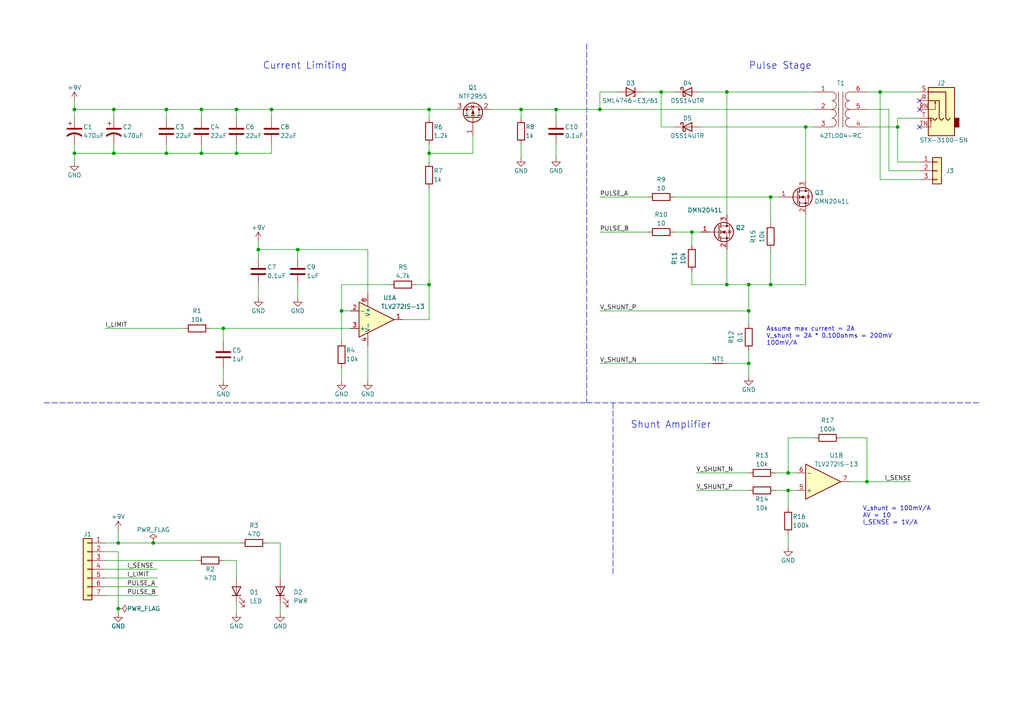
<source format=kicad_sch>
(kicad_sch (version 20211123) (generator eeschema)
  (paper "A4")
  (title_block (title "SW-3211M") (date "2022-01-14") (rev "1") (comment 1 "A single channel e-stim module driver board for the ESP32"))
  (lib_symbols
    (symbol "Amplifier_Operational:LMC6482" (pin_names (offset 0.127))
      (property "Reference" "U" (at 0 5.08 0))
      (property "Value" "LMC6482" (at 0 -5.08 0))
      (symbol "LMC6482_1_1"
        (polyline (pts (xy -5.08 5.08) (xy 5.08 0) (xy -5.08 -5.08) (xy -5.08 5.08)) (stroke (width 0.254)) (fill (type background)))
        (pin output line (at 7.62 0 180) (length 2.54) (name "~") (number "1"))
        (pin input line (at -7.62 -2.54 0) (length 2.54) (name "-") (number "2"))
        (pin input line (at -7.62 2.54 0) (length 2.54) (name "+") (number "3"))
      )
      (symbol "LMC6482_2_1"
        (polyline (pts (xy -5.08 5.08) (xy 5.08 0) (xy -5.08 -5.08) (xy -5.08 5.08)) (stroke (width 0.254)) (fill (type background)))
        (pin input line (at -7.62 2.54 0) (length 2.54) (name "+") (number "5"))
        (pin input line (at -7.62 -2.54 0) (length 2.54) (name "-") (number "6"))
        (pin output line (at 7.62 0 180) (length 2.54) (name "~") (number "7"))
      )
      (symbol "LMC6482_3_1"
        (pin power_in line (at -2.54 -7.62 90) (length 3.81) (name "V-") (number "4"))
        (pin power_in line (at -2.54 7.62 270) (length 3.81) (name "V+") (number "8"))
      )
    )
    (symbol "Connector:AudioJack3_SwitchTR"
      (property "Reference" "J" (at 0 8.89 0))
      (property "Value" "AudioJack3_SwitchTR" (at 0 6.35 0))
      (symbol "AudioJack3_SwitchTR_0_1"
        (rectangle (start -5.08 -5.08) (end -6.35 -7.62) (stroke (width 0.254)) (fill (type outline)))
        (polyline (pts (xy 0.508 -0.254) (xy 0.762 -0.762)))
        (polyline (pts (xy 1.778 -5.334) (xy 2.032 -5.842)))
        (polyline (pts (xy 0 -5.08) (xy 0.635 -5.715) (xy 1.27 -5.08) (xy 2.54 -5.08)) (stroke (width 0.254)))
        (polyline (pts (xy 2.54 -7.62) (xy 1.778 -7.62) (xy 1.778 -5.334) (xy 1.524 -5.842)))
        (polyline (pts (xy 2.54 -2.54) (xy 0.508 -2.54) (xy 0.508 -0.254) (xy 0.254 -0.762)))
        (polyline (pts (xy -1.905 -5.08) (xy -1.27 -5.715) (xy -0.635 -5.08) (xy -0.635 0) (xy 2.54 0)) (stroke (width 0.254)))
        (polyline (pts (xy 2.54 2.54) (xy -2.54 2.54) (xy -2.54 -5.08) (xy -3.175 -5.715) (xy -3.81 -5.08)) (stroke (width 0.254)))
        (rectangle (start 2.54 3.81) (end -5.08 -10.16) (stroke (width 0.254)) (fill (type background)))
      )
      (symbol "AudioJack3_SwitchTR_1_1"
        (pin passive line (at 5.08 0 180) (length 2.54) (name "~") (number "R"))
        (pin passive line (at 5.08 -2.54 180) (length 2.54) (name "~") (number "RN"))
        (pin passive line (at 5.08 2.54 180) (length 2.54) (name "~") (number "S"))
        (pin passive line (at 5.08 -5.08 180) (length 2.54) (name "~") (number "T"))
        (pin passive line (at 5.08 -7.62 180) (length 2.54) (name "~") (number "TN"))
      )
    )
    (symbol "Connector_Generic:Conn_01x03" (pin_names (offset 1.016) hide)
      (property "Reference" "J" (at 0 5.08 0))
      (property "Value" "Conn_01x03" (at 0 -5.08 0))
      (symbol "Conn_01x03_1_1"
        (rectangle (start -1.27 -2.413) (end 0 -2.667) (stroke (width 0.1524)))
        (rectangle (start -1.27 0.127) (end 0 -0.127) (stroke (width 0.1524)))
        (rectangle (start -1.27 2.667) (end 0 2.413) (stroke (width 0.1524)))
        (rectangle (start -1.27 3.81) (end 1.27 -3.81) (stroke (width 0.254)) (fill (type background)))
        (pin passive line (at -5.08 2.54 0) (length 3.81) (name "Pin_1") (number "1"))
        (pin passive line (at -5.08 0 0) (length 3.81) (name "Pin_2") (number "2"))
        (pin passive line (at -5.08 -2.54 0) (length 3.81) (name "Pin_3") (number "3"))
      )
    )
    (symbol "Connector_Generic:Conn_01x07" (pin_names (offset 1.016) hide)
      (property "Reference" "J" (at 0 10.16 0))
      (property "Value" "Conn_01x07" (at 0 -10.16 0))
      (symbol "Conn_01x07_1_1"
        (rectangle (start -1.27 -7.493) (end 0 -7.747) (stroke (width 0.1524)))
        (rectangle (start -1.27 -4.953) (end 0 -5.207) (stroke (width 0.1524)))
        (rectangle (start -1.27 -2.413) (end 0 -2.667) (stroke (width 0.1524)))
        (rectangle (start -1.27 0.127) (end 0 -0.127) (stroke (width 0.1524)))
        (rectangle (start -1.27 2.667) (end 0 2.413) (stroke (width 0.1524)))
        (rectangle (start -1.27 5.207) (end 0 4.953) (stroke (width 0.1524)))
        (rectangle (start -1.27 7.747) (end 0 7.493) (stroke (width 0.1524)))
        (rectangle (start -1.27 8.89) (end 1.27 -8.89) (stroke (width 0.254)) (fill (type background)))
        (pin passive line (at -5.08 7.62 0) (length 3.81) (name "Pin_1") (number "1"))
        (pin passive line (at -5.08 5.08 0) (length 3.81) (name "Pin_2") (number "2"))
        (pin passive line (at -5.08 2.54 0) (length 3.81) (name "Pin_3") (number "3"))
        (pin passive line (at -5.08 0 0) (length 3.81) (name "Pin_4") (number "4"))
        (pin passive line (at -5.08 -2.54 0) (length 3.81) (name "Pin_5") (number "5"))
        (pin passive line (at -5.08 -5.08 0) (length 3.81) (name "Pin_6") (number "6"))
        (pin passive line (at -5.08 -7.62 0) (length 3.81) (name "Pin_7") (number "7"))
      )
    )
    (symbol "Device:C" (pin_numbers hide) (pin_names (offset 0.254))
      (property "Reference" "C" (at 0.635 2.54 0))
      (property "Value" "C" (at 0.635 -2.54 0))
      (symbol "C_0_1"
        (polyline (pts (xy -2.032 -0.762) (xy 2.032 -0.762)) (stroke (width 0.508)))
        (polyline (pts (xy -2.032 0.762) (xy 2.032 0.762)) (stroke (width 0.508)))
      )
      (symbol "C_1_1"
        (pin passive line (at 0 3.81 270) (length 2.794) (name "~") (number "1"))
        (pin passive line (at 0 -3.81 90) (length 2.794) (name "~") (number "2"))
      )
    )
    (symbol "Device:C_Polarized_US" (pin_numbers hide) (pin_names (offset 0.254) hide)
      (property "Reference" "C" (at 0.635 2.54 0))
      (property "Value" "C_Polarized_US" (at 0.635 -2.54 0))
      (symbol "C_Polarized_US_0_1"
        (polyline (pts (xy -2.032 0.762) (xy 2.032 0.762)) (stroke (width 0.508)))
        (polyline (pts (xy -1.778 2.286) (xy -0.762 2.286)))
        (polyline (pts (xy -1.27 1.778) (xy -1.27 2.794)))
        (arc (start 2.032 -1.27) (mid 0 -0.5572) (end -2.032 -1.27) (stroke (width 0.508)))
      )
      (symbol "C_Polarized_US_1_1"
        (pin passive line (at 0 3.81 270) (length 2.794) (name "~") (number "1"))
        (pin passive line (at 0 -3.81 90) (length 3.302) (name "~") (number "2"))
      )
    )
    (symbol "Device:D_Schottky" (pin_numbers hide) (pin_names (offset 1.016) hide)
      (property "Reference" "D" (at 0 2.54 0))
      (property "Value" "D_Schottky" (at 0 -2.54 0))
      (symbol "D_Schottky_0_1"
        (polyline (pts (xy 1.27 0) (xy -1.27 0)))
        (polyline (pts (xy 1.27 1.27) (xy 1.27 -1.27) (xy -1.27 0) (xy 1.27 1.27)) (stroke (width 0.254)))
        (polyline (pts (xy -1.905 0.635) (xy -1.905 1.27) (xy -1.27 1.27) (xy -1.27 -1.27) (xy -0.635 -1.27) (xy -0.635 -0.635)) (stroke (width 0.254)))
      )
      (symbol "D_Schottky_1_1"
        (pin passive line (at -3.81 0 0) (length 2.54) (name "K") (number "1"))
        (pin passive line (at 3.81 0 180) (length 2.54) (name "A") (number "2"))
      )
    )
    (symbol "Device:D_Zener" (pin_numbers hide) (pin_names (offset 1.016) hide)
      (property "Reference" "D" (at 0 2.54 0))
      (property "Value" "D_Zener" (at 0 -2.54 0))
      (symbol "D_Zener_0_1"
        (polyline (pts (xy 1.27 0) (xy -1.27 0)))
        (polyline (pts (xy -1.27 -1.27) (xy -1.27 1.27) (xy -0.762 1.27)) (stroke (width 0.254)))
        (polyline (pts (xy 1.27 -1.27) (xy 1.27 1.27) (xy -1.27 0) (xy 1.27 -1.27)) (stroke (width 0.254)))
      )
      (symbol "D_Zener_1_1"
        (pin passive line (at -3.81 0 0) (length 2.54) (name "K") (number "1"))
        (pin passive line (at 3.81 0 180) (length 2.54) (name "A") (number "2"))
      )
    )
    (symbol "Device:LED" (pin_numbers hide) (pin_names (offset 1.016) hide)
      (property "Reference" "D" (at 0 2.54 0))
      (property "Value" "LED" (at 0 -2.54 0))
      (symbol "LED_0_1"
        (polyline (pts (xy -1.27 -1.27) (xy -1.27 1.27)) (stroke (width 0.254)))
        (polyline (pts (xy -1.27 0) (xy 1.27 0)))
        (polyline (pts (xy 1.27 -1.27) (xy 1.27 1.27) (xy -1.27 0) (xy 1.27 -1.27)) (stroke (width 0.254)))
        (polyline (pts (xy -3.048 -0.762) (xy -4.572 -2.286) (xy -3.81 -2.286) (xy -4.572 -2.286) (xy -4.572 -1.524)))
        (polyline (pts (xy -1.778 -0.762) (xy -3.302 -2.286) (xy -2.54 -2.286) (xy -3.302 -2.286) (xy -3.302 -1.524)))
      )
      (symbol "LED_1_1"
        (pin passive line (at -3.81 0 0) (length 2.54) (name "K") (number "1"))
        (pin passive line (at 3.81 0 180) (length 2.54) (name "A") (number "2"))
      )
    )
    (symbol "Device:NetTie_2" (pin_numbers hide) (pin_names (offset 0) hide)
      (property "Reference" "NT" (at 0 1.27 0))
      (property "Value" "NetTie_2" (at 0 -1.27 0))
      (symbol "NetTie_2_0_1"
        (polyline (pts (xy -1.27 0) (xy 1.27 0)) (stroke (width 0.254)))
      )
      (symbol "NetTie_2_1_1"
        (pin passive line (at -2.54 0 0) (length 2.54) (name "1") (number "1"))
        (pin passive line (at 2.54 0 180) (length 2.54) (name "2") (number "2"))
      )
    )
    (symbol "Device:Q_PMOS_GDS" (pin_names (offset 0) hide)
      (property "Reference" "Q" (at 5.08 1.27 0))
      (property "Value" "Q_PMOS_GDS" (at 5.08 -1.27 0))
      (symbol "Q_PMOS_GDS_0_1"
        (polyline (pts (xy 0.254 0) (xy -2.54 0)))
        (polyline (pts (xy 0.254 1.905) (xy 0.254 -1.905)) (stroke (width 0.254)))
        (polyline (pts (xy 0.762 -1.27) (xy 0.762 -2.286)) (stroke (width 0.254)))
        (polyline (pts (xy 0.762 0.508) (xy 0.762 -0.508)) (stroke (width 0.254)))
        (polyline (pts (xy 0.762 2.286) (xy 0.762 1.27)) (stroke (width 0.254)))
        (polyline (pts (xy 2.54 2.54) (xy 2.54 1.778)))
        (polyline (pts (xy 2.54 -2.54) (xy 2.54 0) (xy 0.762 0)))
        (polyline (pts (xy 0.762 1.778) (xy 3.302 1.778) (xy 3.302 -1.778) (xy 0.762 -1.778)))
        (polyline (pts (xy 2.286 0) (xy 1.27 0.381) (xy 1.27 -0.381) (xy 2.286 0)) (fill (type outline)))
        (polyline (pts (xy 2.794 -0.508) (xy 2.921 -0.381) (xy 3.683 -0.381) (xy 3.81 -0.254)))
        (polyline (pts (xy 3.302 -0.381) (xy 2.921 0.254) (xy 3.683 0.254) (xy 3.302 -0.381)))
        (circle (center 1.651 0) (radius 2.794) (stroke (width 0.254)))
        (circle (center 2.54 -1.778) (radius 0.254) (fill (type outline)))
        (circle (center 2.54 1.778) (radius 0.254) (fill (type outline)))
      )
      (symbol "Q_PMOS_GDS_1_1"
        (pin input line (at -5.08 0 0) (length 2.54) (name "G") (number "1"))
        (pin passive line (at 2.54 5.08 270) (length 2.54) (name "D") (number "2"))
        (pin passive line (at 2.54 -5.08 90) (length 2.54) (name "S") (number "3"))
      )
    )
    (symbol "Device:R" (pin_numbers hide) (pin_names (offset 0))
      (property "Reference" "R" (at 2.032 0 90))
      (property "Value" "R" (at 0 0 90))
      (symbol "R_0_1"
        (rectangle (start -1.016 -2.54) (end 1.016 2.54) (stroke (width 0.254)))
      )
      (symbol "R_1_1"
        (pin passive line (at 0 3.81 270) (length 1.27) (name "~") (number "1"))
        (pin passive line (at 0 -3.81 90) (length 1.27) (name "~") (number "2"))
      )
    )
    (symbol "SaawLib:Transformer_SP_SS" (pin_names hide)
      (property "Reference" "T" (at 0 10.16 0))
      (property "Value" "Transformer_SP_SS" (at 0 7.62 0))
      (symbol "Transformer_SP_SS_0_1"
        (arc (start -2.54 -5.0546) (mid -1.6561 -4.6863) (end -1.27 -3.81))
        (arc (start -2.54 -2.5146) (mid -1.6561 -2.1463) (end -1.27 -1.27))
        (arc (start -2.54 0.0254) (mid -1.6561 0.3937) (end -1.27 1.27))
        (arc (start -2.54 2.5654) (mid -1.6561 2.9337) (end -1.27 3.81))
        (arc (start -1.27 -3.81) (mid -1.642 -2.912) (end -2.54 -2.54))
        (arc (start -1.27 -1.27) (mid -1.642 -0.372) (end -2.54 0))
        (arc (start -1.27 1.27) (mid -1.642 2.168) (end -2.54 2.54))
        (arc (start -1.27 3.81) (mid -1.642 4.708) (end -2.54 5.08))
        (polyline (pts (xy -0.635 5.08) (xy -0.635 -5.08)))
        (polyline (pts (xy 0.635 -5.08) (xy 0.635 5.08)))
        (arc (start 1.2954 -1.27) (mid 1.6599 -2.1501) (end 2.54 -2.5146))
        (arc (start 1.2954 1.27) (mid 1.6599 0.3899) (end 2.54 0.0254))
        (arc (start 1.2954 3.81) (mid 1.6599 2.9299) (end 2.54 2.5654))
        (arc (start 1.3208 -3.81) (mid 1.6853 -4.6901) (end 2.5654 -5.0546))
        (arc (start 2.54 0) (mid 1.6456 -0.3683) (end 1.2954 -1.27))
        (arc (start 2.54 2.54) (mid 1.6456 2.1717) (end 1.2954 1.27))
        (arc (start 2.54 5.08) (mid 1.6456 4.7117) (end 1.2954 3.81))
        (arc (start 2.5654 -2.54) (mid 1.671 -2.9083) (end 1.3208 -3.81))
      )
      (symbol "Transformer_SP_SS_1_1"
        (pin passive line (at -7.62 5.08 0) (length 5.08) (name "PR1") (number "1"))
        (pin passive line (at -7.62 0 0) (length 5.08) (name "PM") (number "2"))
        (pin passive line (at -7.62 -5.08 0) (length 5.08) (name "PR2") (number "3"))
        (pin passive line (at 7.62 -5.08 180) (length 5.08) (name "S1") (number "4"))
        (pin passive line (at 7.62 0 180) (length 5.08) (name "SM") (number "5"))
        (pin passive line (at 7.62 5.08 180) (length 5.08) (name "S2") (number "6"))
      )
    )
    (symbol "Transistor_FET:DMN2041L" (pin_names hide)
      (property "Reference" "Q" (at 5.08 1.905 0))
      (property "Value" "DMN2041L" (at 5.08 0 0))
      (symbol "DMN2041L_0_1"
        (polyline (pts (xy 0.254 0) (xy -2.54 0)))
        (polyline (pts (xy 0.254 1.905) (xy 0.254 -1.905)) (stroke (width 0.254)))
        (polyline (pts (xy 0.762 -1.27) (xy 0.762 -2.286)) (stroke (width 0.254)))
        (polyline (pts (xy 0.762 0.508) (xy 0.762 -0.508)) (stroke (width 0.254)))
        (polyline (pts (xy 0.762 2.286) (xy 0.762 1.27)) (stroke (width 0.254)))
        (polyline (pts (xy 2.54 2.54) (xy 2.54 1.778)))
        (polyline (pts (xy 2.54 -2.54) (xy 2.54 0) (xy 0.762 0)))
        (polyline (pts (xy 0.762 -1.778) (xy 3.302 -1.778) (xy 3.302 1.778) (xy 0.762 1.778)))
        (polyline (pts (xy 1.016 0) (xy 2.032 0.381) (xy 2.032 -0.381) (xy 1.016 0)) (fill (type outline)))
        (polyline (pts (xy 2.794 0.508) (xy 2.921 0.381) (xy 3.683 0.381) (xy 3.81 0.254)))
        (polyline (pts (xy 3.302 0.381) (xy 2.921 -0.254) (xy 3.683 -0.254) (xy 3.302 0.381)))
        (circle (center 1.651 0) (radius 2.794) (stroke (width 0.254)))
        (circle (center 2.54 -1.778) (radius 0.254) (fill (type outline)))
        (circle (center 2.54 1.778) (radius 0.254) (fill (type outline)))
      )
      (symbol "DMN2041L_1_1"
        (pin input line (at -5.08 0 0) (length 2.54) (name "G") (number "1"))
        (pin passive line (at 2.54 -5.08 90) (length 2.54) (name "S") (number "2"))
        (pin passive line (at 2.54 5.08 270) (length 2.54) (name "D") (number "3"))
      )
    )
    (symbol "power:+9V" (power) (pin_names (offset 0))
      (property "Value" "+9V" (at 0 3.556 0))
      (symbol "+9V_0_1"
        (polyline (pts (xy -0.762 1.27) (xy 0 2.54)))
        (polyline (pts (xy 0 0) (xy 0 2.54)))
        (polyline (pts (xy 0 2.54) (xy 0.762 1.27)))
      )
      (symbol "+9V_1_1"
        (pin power_in line (at 0 0 90) (length 0) hide (name "+9V") (number "1"))
      )
    )
    (symbol "power:GND" (power) (pin_names (offset 0))
      (property "Value" "GND" (at 0 -3.81 0))
      (symbol "GND_0_1"
        (polyline (pts (xy 0 0) (xy 0 -1.27) (xy 1.27 -1.27) (xy 0 -2.54) (xy -1.27 -1.27) (xy 0 -1.27)))
      )
      (symbol "GND_1_1"
        (pin power_in line (at 0 0 270) (length 0) hide (name "GND") (number "1"))
      )
    )
    (symbol "power:PWR_FLAG" (power) (pin_numbers hide) (pin_names (offset 0) hide)
      (property "Value" "PWR_FLAG" (at 0 3.81 0))
      (symbol "PWR_FLAG_0_0"
        (pin power_out line (at 0 0 90) (length 0) (name "pwr") (number "1"))
      )
      (symbol "PWR_FLAG_0_1"
        (polyline (pts (xy 0 0) (xy 0 1.27) (xy -1.016 1.905) (xy 0 2.54) (xy 1.016 1.905) (xy 0 1.27)))
      )
    )
  )
  (junction (at 64.77 95.25))
  (junction (at 86.36 72.39))
  (junction (at 48.26 31.75))
  (junction (at 217.17 105.41))
  (junction (at 124.46 44.45))
  (junction (at 68.58 31.75))
  (junction (at 44.45 157.48))
  (junction (at 228.6 137.16))
  (junction (at 251.46 139.7))
  (junction (at 173.99 31.75))
  (junction (at 124.46 82.55))
  (junction (at 21.59 44.45))
  (junction (at 48.26 44.45))
  (junction (at 58.42 31.75))
  (junction (at 233.68 36.83))
  (junction (at 124.46 31.75))
  (junction (at 21.59 31.75))
  (junction (at 68.58 44.45))
  (junction (at 210.82 82.55))
  (junction (at 78.74 31.75))
  (junction (at 223.52 57.15))
  (junction (at 58.42 44.45))
  (junction (at 191.77 26.67))
  (junction (at 33.02 31.75))
  (junction (at 255.27 26.67))
  (junction (at 161.29 31.75))
  (junction (at 151.13 31.75))
  (junction (at 217.17 82.55))
  (junction (at 228.6 142.24))
  (junction (at 217.17 90.17))
  (junction (at 34.29 176.53))
  (junction (at 200.66 67.31))
  (junction (at 33.02 44.45))
  (junction (at 210.82 26.67))
  (junction (at 34.29 157.48))
  (junction (at 74.93 72.39))
  (junction (at 260.35 36.83))
  (junction (at 223.52 82.55))
  (junction (at 99.06 90.17))
  (no_connect (at 266.7 36.83))
  (no_connect (at 266.7 31.75))
  (no_connect (at 266.7 29.21))
  (wire (pts (xy 86.36 72.39) (xy 106.68 72.39)))
  (wire (pts (xy 217.17 101.6) (xy 217.17 105.41)))
  (wire (pts (xy 260.35 46.99) (xy 266.7 46.99)))
  (wire (pts (xy 74.93 82.55) (xy 74.93 86.36)))
  (wire (pts (xy 77.47 157.48) (xy 81.28 157.48)))
  (wire (pts (xy 246.38 139.7) (xy 251.46 139.7)))
  (wire (pts (xy 86.36 74.93) (xy 86.36 72.39)))
  (wire (pts (xy 255.27 52.07) (xy 266.7 52.07)))
  (wire (pts (xy 48.26 41.91) (xy 48.26 44.45)))
  (wire (pts (xy 266.7 34.29) (xy 260.35 34.29)))
  (wire (pts (xy 223.52 57.15) (xy 223.52 64.77)))
  (wire (pts (xy 210.82 26.67) (xy 236.22 26.67)))
  (wire (pts (xy 48.26 31.75) (xy 48.26 34.29)))
  (wire (pts (xy 200.66 67.31) (xy 203.2 67.31)))
  (wire (pts (xy 34.29 157.48) (xy 44.45 157.48)))
  (wire (pts (xy 74.93 72.39) (xy 74.93 74.93)))
  (wire (pts (xy 179.07 26.67) (xy 173.99 26.67)))
  (wire (pts (xy 228.6 137.16) (xy 231.14 137.16)))
  (wire (pts (xy 173.99 26.67) (xy 173.99 31.75)))
  (wire (pts (xy 48.26 31.75) (xy 58.42 31.75)))
  (wire (pts (xy 30.48 95.25) (xy 53.34 95.25)))
  (wire (pts (xy 34.29 160.02) (xy 34.29 176.53)))
  (wire (pts (xy 124.46 54.61) (xy 124.46 82.55)))
  (wire (pts (xy 224.79 142.24) (xy 228.6 142.24)))
  (wire (pts (xy 64.77 95.25) (xy 64.77 99.06)))
  (wire (pts (xy 21.59 29.21) (xy 21.59 31.75)))
  (wire (pts (xy 124.46 82.55) (xy 124.46 92.71)))
  (wire (pts (xy 33.02 34.29) (xy 33.02 31.75)))
  (wire (pts (xy 161.29 41.91) (xy 161.29 45.72)))
  (wire (pts (xy 81.28 175.26) (xy 81.28 177.8)))
  (wire (pts (xy 30.48 172.72) (xy 45.72 172.72)))
  (wire (pts (xy 34.29 176.53) (xy 34.29 177.8)))
  (wire (pts (xy 233.68 62.23) (xy 233.68 82.55)))
  (wire (pts (xy 30.48 170.18) (xy 45.72 170.18)))
  (wire (pts (xy 44.45 157.48) (xy 69.85 157.48)))
  (wire (pts (xy 151.13 31.75) (xy 161.29 31.75)))
  (wire (pts (xy 78.74 31.75) (xy 124.46 31.75)))
  (wire (pts (xy 217.17 82.55) (xy 223.52 82.55)))
  (wire (pts (xy 21.59 44.45) (xy 21.59 46.99)))
  (wire (pts (xy 58.42 41.91) (xy 58.42 44.45)))
  (wire (pts (xy 191.77 26.67) (xy 195.58 26.67)))
  (wire (pts (xy 217.17 105.41) (xy 217.17 109.22)))
  (wire (pts (xy 228.6 142.24) (xy 231.14 142.24)))
  (wire (pts (xy 21.59 31.75) (xy 21.59 34.29)))
  (wire (pts (xy 120.65 82.55) (xy 124.46 82.55)))
  (wire (pts (xy 116.84 92.71) (xy 124.46 92.71)))
  (wire (pts (xy 203.2 36.83) (xy 233.68 36.83)))
  (wire (pts (xy 228.6 127) (xy 228.6 137.16)))
  (wire (pts (xy 58.42 31.75) (xy 68.58 31.75)))
  (wire (pts (xy 106.68 100.33) (xy 106.68 110.49)))
  (wire (pts (xy 74.93 69.85) (xy 74.93 72.39)))
  (wire (pts (xy 173.99 90.17) (xy 217.17 90.17)))
  (polyline (pts (xy 170.18 12.7) (xy 170.18 116.84)))
  (wire (pts (xy 78.74 41.91) (xy 78.74 44.45)))
  (wire (pts (xy 223.52 72.39) (xy 223.52 82.55)))
  (wire (pts (xy 210.82 26.67) (xy 210.82 62.23)))
  (wire (pts (xy 60.96 95.25) (xy 64.77 95.25)))
  (wire (pts (xy 30.48 157.48) (xy 34.29 157.48)))
  (wire (pts (xy 228.6 154.94) (xy 228.6 158.75)))
  (wire (pts (xy 217.17 90.17) (xy 217.17 93.98)))
  (wire (pts (xy 251.46 139.7) (xy 264.16 139.7)))
  (wire (pts (xy 233.68 36.83) (xy 233.68 52.07)))
  (wire (pts (xy 223.52 82.55) (xy 233.68 82.55)))
  (wire (pts (xy 201.93 142.24) (xy 217.17 142.24)))
  (wire (pts (xy 64.77 95.25) (xy 101.6 95.25)))
  (wire (pts (xy 33.02 31.75) (xy 48.26 31.75)))
  (wire (pts (xy 257.81 31.75) (xy 251.46 31.75)))
  (wire (pts (xy 151.13 31.75) (xy 151.13 34.29)))
  (wire (pts (xy 33.02 44.45) (xy 21.59 44.45)))
  (wire (pts (xy 81.28 157.48) (xy 81.28 167.64)))
  (wire (pts (xy 255.27 26.67) (xy 266.7 26.67)))
  (wire (pts (xy 266.7 49.53) (xy 257.81 49.53)))
  (wire (pts (xy 58.42 44.45) (xy 68.58 44.45)))
  (wire (pts (xy 251.46 26.67) (xy 255.27 26.67)))
  (wire (pts (xy 21.59 31.75) (xy 33.02 31.75)))
  (wire (pts (xy 173.99 57.15) (xy 187.96 57.15)))
  (wire (pts (xy 124.46 44.45) (xy 124.46 46.99)))
  (wire (pts (xy 99.06 106.68) (xy 99.06 110.49)))
  (wire (pts (xy 124.46 31.75) (xy 132.08 31.75)))
  (wire (pts (xy 124.46 41.91) (xy 124.46 44.45)))
  (wire (pts (xy 30.48 160.02) (xy 34.29 160.02)))
  (wire (pts (xy 99.06 82.55) (xy 99.06 90.17)))
  (wire (pts (xy 224.79 137.16) (xy 228.6 137.16)))
  (wire (pts (xy 255.27 26.67) (xy 255.27 52.07)))
  (wire (pts (xy 86.36 82.55) (xy 86.36 86.36)))
  (wire (pts (xy 201.93 137.16) (xy 217.17 137.16)))
  (wire (pts (xy 191.77 36.83) (xy 195.58 36.83)))
  (wire (pts (xy 186.69 26.67) (xy 191.77 26.67)))
  (wire (pts (xy 33.02 41.91) (xy 33.02 44.45)))
  (wire (pts (xy 233.68 36.83) (xy 236.22 36.83)))
  (wire (pts (xy 78.74 34.29) (xy 78.74 31.75)))
  (wire (pts (xy 173.99 31.75) (xy 236.22 31.75)))
  (wire (pts (xy 68.58 167.64) (xy 68.58 162.56)))
  (wire (pts (xy 30.48 165.1) (xy 45.72 165.1)))
  (wire (pts (xy 200.66 67.31) (xy 200.66 71.12)))
  (wire (pts (xy 58.42 31.75) (xy 58.42 34.29)))
  (wire (pts (xy 68.58 175.26) (xy 68.58 177.8)))
  (wire (pts (xy 200.66 82.55) (xy 200.66 78.74)))
  (wire (pts (xy 48.26 44.45) (xy 58.42 44.45)))
  (polyline (pts (xy 177.8 116.84) (xy 177.8 166.37)))
  (wire (pts (xy 99.06 90.17) (xy 101.6 90.17)))
  (wire (pts (xy 228.6 142.24) (xy 228.6 147.32)))
  (wire (pts (xy 210.82 105.41) (xy 217.17 105.41)))
  (wire (pts (xy 251.46 36.83) (xy 260.35 36.83)))
  (wire (pts (xy 195.58 67.31) (xy 200.66 67.31)))
  (wire (pts (xy 33.02 44.45) (xy 48.26 44.45)))
  (polyline (pts (xy 170.18 116.84) (xy 284.48 116.84)))
  (wire (pts (xy 161.29 31.75) (xy 161.29 34.29)))
  (wire (pts (xy 113.03 82.55) (xy 99.06 82.55)))
  (wire (pts (xy 210.82 72.39) (xy 210.82 82.55)))
  (wire (pts (xy 243.84 127) (xy 251.46 127)))
  (wire (pts (xy 142.24 31.75) (xy 151.13 31.75)))
  (wire (pts (xy 223.52 57.15) (xy 226.06 57.15)))
  (wire (pts (xy 203.2 26.67) (xy 210.82 26.67)))
  (wire (pts (xy 161.29 31.75) (xy 173.99 31.75)))
  (wire (pts (xy 260.35 34.29) (xy 260.35 36.83)))
  (wire (pts (xy 173.99 67.31) (xy 187.96 67.31)))
  (wire (pts (xy 195.58 57.15) (xy 223.52 57.15)))
  (wire (pts (xy 210.82 82.55) (xy 200.66 82.55)))
  (wire (pts (xy 236.22 127) (xy 228.6 127)))
  (wire (pts (xy 30.48 162.56) (xy 57.15 162.56)))
  (polyline (pts (xy 12.7 116.84) (xy 170.18 116.84)))
  (wire (pts (xy 124.46 31.75) (xy 124.46 34.29)))
  (wire (pts (xy 74.93 72.39) (xy 86.36 72.39)))
  (wire (pts (xy 137.16 44.45) (xy 124.46 44.45)))
  (wire (pts (xy 68.58 31.75) (xy 68.58 34.29)))
  (wire (pts (xy 64.77 106.68) (xy 64.77 110.49)))
  (wire (pts (xy 68.58 41.91) (xy 68.58 44.45)))
  (wire (pts (xy 217.17 82.55) (xy 217.17 90.17)))
  (wire (pts (xy 99.06 90.17) (xy 99.06 99.06)))
  (wire (pts (xy 30.48 167.64) (xy 45.72 167.64)))
  (wire (pts (xy 68.58 162.56) (xy 64.77 162.56)))
  (wire (pts (xy 106.68 72.39) (xy 106.68 85.09)))
  (wire (pts (xy 191.77 36.83) (xy 191.77 26.67)))
  (wire (pts (xy 251.46 127) (xy 251.46 139.7)))
  (wire (pts (xy 210.82 82.55) (xy 217.17 82.55)))
  (wire (pts (xy 34.29 157.48) (xy 34.29 153.67)))
  (wire (pts (xy 173.99 105.41) (xy 205.74 105.41)))
  (wire (pts (xy 260.35 36.83) (xy 260.35 46.99)))
  (wire (pts (xy 151.13 41.91) (xy 151.13 45.72)))
  (wire (pts (xy 68.58 31.75) (xy 78.74 31.75)))
  (wire (pts (xy 21.59 41.91) (xy 21.59 44.45)))
  (wire (pts (xy 257.81 49.53) (xy 257.81 31.75)))
  (wire (pts (xy 137.16 39.37) (xy 137.16 44.45)))
  (wire (pts (xy 68.58 44.45) (xy 78.74 44.45)))
  (text "Assume max current = 2A\nV_shunt = 2A * 0.100ohms = 200mV\n100mV/A" (at 222.25 100.33 0) (effects (font (size 1.27 1.27)) (justify left bottom)))
  (text "V_shunt = 100mV/A\nAV = 10\nI_SENSE = 1V/A" (at 250.19 152.4 0) (effects (font (size 1.27 1.27)) (justify left bottom)))
  (text "Shunt Amplifier" (at 182.88 124.46 0) (effects (font (size 2 2)) (justify left bottom)))
  (text "Pulse Stage" (at 217.17 20.32 0) (effects (font (size 2 2)) (justify left bottom)))
  (text "Current Limiting" (at 76.2 20.32 0) (effects (font (size 2 2)) (justify left bottom)))
  (label "I_SENSE" (at 36.83 165.1 0))
  (label "PULSE_B" (at 36.83 172.72 0))
  (label "PULSE_A" (at 173.99 57.15 0))
  (label "V_SHUNT_P" (at 173.99 90.17 0))
  (label "V_SHUNT_N" (at 173.99 105.41 0))
  (label "I_LIMIT" (at 36.83 167.64 0))
  (label "I_SENSE" (at 256.54 139.7 0))
  (label "PULSE_B" (at 173.99 67.31 0))
  (label "V_SHUNT_N" (at 201.93 137.16 0))
  (label "I_LIMIT" (at 30.48 95.25 0))
  (label "V_SHUNT_P" (at 201.93 142.24 0))
  (label "PULSE_A" (at 36.83 170.18 0))
  (symbol (lib_id "Device:C") (at 68.58 38.1 0) (unit 1)
    (property "Reference" "C6" (at 71.12 36.83 0) (effects (justify left)))
    (property "Value" "22uF" (at 71.12 39.37 0) (effects (justify left)))
    (property "Footprint" "Capacitor_SMD:C_1210_3225Metric" (effects hide))
    (property "MPN" "12103D226MAT2A " (effects hide))
  )
  (symbol (lib_id "Device:NetTie_2") (at 208.28 105.41 0) (unit 1) (in_bom no)
    (property "Reference" "NT1" (at 208.28 104.14 0))
    (property "Value" "NetTie_2" (effects hide))
    (property "Footprint" "NetTie:NetTie-2_SMD_Pad0.5mm" (effects hide))
  )
  (symbol (lib_id "Device:R") (at 99.06 102.87 0) (unit 1)
    (property "Reference" "R4" (at 100.33 101.6 0) (effects (justify left)))
    (property "Value" "10k" (at 100.33 104.14 0) (effects (justify left)))
    (property "Footprint" "Resistor_SMD:R_0603_1608Metric" (effects hide))
    (property "MPN" "RC0603FR-0710KL" (effects hide))
  )
  (symbol (lib_id "Device:Q_PMOS_GDS") (at 137.16 34.29 270) (mirror x) (unit 1)
    (property "Reference" "Q1" (at 137.16 25.4 90))
    (property "Value" "NTF2955" (at 137.16 27.94 90))
    (property "Footprint" "Package_TO_SOT_SMD:SOT-223-3_TabPin2" (effects hide))
    (property "Datasheet" "https://au.mouser.com/datasheet/2/308/1/NTF2955_D-2318911.pdf" (effects hide))
    (property "MPN" "NTF2955T1G" (effects hide))
  )
  (symbol (lib_id "Device:R") (at 57.15 95.25 270) (unit 1)
    (property "Reference" "R1" (at 57.15 90.17 90))
    (property "Value" "10k" (at 57.15 92.71 90))
    (property "Footprint" "Resistor_SMD:R_0603_1608Metric" (effects hide))
    (property "MPN" "RC0603FR-0710KL" (effects hide))
  )
  (symbol (lib_id "SaawLib:Transformer_SP_SS") (at 243.84 31.75 0) (unit 1)
    (property "Reference" "T1" (at 243.84 24.13 0))
    (property "Value" "42TL004-RC" (at 243.84 39.37 0))
    (property "Footprint" "SaawLib:42TL" (effects hide))
    (property "Datasheet" "https://au.mouser.com/datasheet/2/449/Yuetone_XC-600127-1212403.pdf" (effects hide))
    (property "MPN" "42TL004-RC" (effects hide))
  )
  (symbol (lib_id "Device:R") (at 217.17 97.79 0) (unit 1)
    (property "Reference" "R12" (at 212.09 97.79 90))
    (property "Value" "0.1" (at 214.63 97.79 90))
    (property "Footprint" "Resistor_SMD:R_1206_3216Metric" (effects hide))
    (property "MPN" "SCRR1206S1-R100F" (effects hide))
  )
  (symbol (lib_id "Device:D_Schottky") (at 199.39 26.67 0) (unit 1)
    (property "Reference" "D4" (at 199.39 24.13 0))
    (property "Value" "DSS14UTR" (at 199.39 29.21 0))
    (property "Footprint" "Diode_SMD:D_SOD-123F" (effects hide))
    (property "MPN" "DSS14UTR" (effects hide))
  )
  (symbol (lib_id "Transistor_FET:DMN2041L") (at 231.14 57.15 0) (unit 1)
    (property "Reference" "Q3" (at 236.22 55.88 0) (effects (justify left)))
    (property "Value" "DMN2041L" (at 236.22 58.42 0) (effects (justify left)))
    (property "Footprint" "Package_TO_SOT_SMD:SOT-23" (effects hide))
    (property "Datasheet" "https://www.diodes.com/assets/Datasheets/products_inactive_data/DMN2041L.pdf" (effects hide))
    (property "MPN" "DMN2041L-7" (effects hide))
  )
  (symbol (lib_id "Device:C") (at 74.93 78.74 0) (unit 1)
    (property "Reference" "C7" (at 77.47 77.47 0) (effects (justify left)))
    (property "Value" "0.1uF" (at 77.47 80.01 0) (effects (justify left)))
    (property "Footprint" "Capacitor_SMD:C_0603_1608Metric" (effects hide))
    (property "MPN" "CL10B104KB8NNWC" (effects hide))
  )
  (symbol (lib_id "Device:R") (at 220.98 137.16 90) (unit 1)
    (property "Reference" "R13" (at 220.98 132.08 90))
    (property "Value" "10k" (at 220.98 134.62 90))
    (property "Footprint" "Resistor_SMD:R_0603_1608Metric" (effects hide))
    (property "MPN" "RC0603FR-0710KL" (effects hide))
  )
  (symbol (lib_id "Device:C") (at 48.26 38.1 0) (unit 1)
    (property "Reference" "C3" (at 50.8 36.83 0) (effects (justify left)))
    (property "Value" "22uF" (at 50.8 39.37 0) (effects (justify left)))
    (property "Footprint" "Capacitor_SMD:C_1210_3225Metric" (effects hide))
    (property "MPN" "12103D226MAT2A " (effects hide))
  )
  (symbol (lib_id "Device:R") (at 151.13 38.1 180) (unit 1)
    (property "Reference" "R8" (at 152.4 36.83 0) (effects (justify right)))
    (property "Value" "1k" (at 152.4 39.37 0) (effects (justify right)))
    (property "Footprint" "Resistor_SMD:R_0603_1608Metric" (effects hide))
    (property "MPN" "AC0603FR-101KL" (effects hide))
  )
  (symbol (lib_id "Transistor_FET:DMN2041L") (at 208.28 67.31 0) (unit 1)
    (property "Reference" "Q2" (at 213.36 66.04 0) (effects (justify left)))
    (property "Value" "DMN2041L" (at 199.39 60.96 0) (effects (justify left)))
    (property "Footprint" "Package_TO_SOT_SMD:SOT-23" (effects hide))
    (property "Datasheet" "https://www.diodes.com/assets/Datasheets/products_inactive_data/DMN2041L.pdf" (effects hide))
    (property "MPN" "DMN2041L-7" (effects hide))
  )
  (symbol (lib_id "Device:R") (at 60.96 162.56 90) (unit 1)
    (property "Reference" "R2" (at 60.96 165.1 90))
    (property "Value" "470" (at 60.96 167.64 90))
    (property "Footprint" "Resistor_SMD:R_0603_1608Metric" (effects hide))
    (property "MPN" "RC0603FR-07470RL" (effects hide))
  )
  (symbol (lib_id "power:GND") (at 99.06 110.49 0) (unit 1)
    (property "Reference" "#PWR011" (effects hide))
    (property "Value" "GND" (at 99.06 114.3 0))
  )
  (symbol (lib_id "Connector:AudioJack3_SwitchTR") (at 271.78 29.21 0) (mirror y) (unit 1)
    (property "Reference" "J2" (at 271.78 24.13 0) (effects (justify right)))
    (property "Value" "STX-3100-5N" (at 266.7 40.64 0) (effects (justify right)))
    (property "Footprint" "SaawLib:STX-3100-5N" (effects hide))
    (property "Datasheet" "https://au.mouser.com/datasheet/2/222/STX3100-334726.pdf" (effects hide))
    (property "MPN" "STX-3100-5N" (effects hide))
  )
  (symbol (lib_id "Connector_Generic:Conn_01x07") (at 25.4 165.1 0) (mirror y) (unit 1)
    (property "Reference" "J1" (at 25.4 154.94 0))
    (property "Value" "Conn_01x07" (effects hide))
    (property "Footprint" "Connector_PinHeader_2.54mm:PinHeader_1x07_P2.54mm_Vertical" (effects hide))
  )
  (symbol (lib_id "Device:LED") (at 68.58 171.45 90) (unit 1)
    (property "Reference" "D1" (at 72.39 171.7674 90) (effects (justify right)))
    (property "Value" "LED" (at 72.39 174.3074 90) (effects (justify right)))
    (property "Footprint" "LED_SMD:LED_0603_1608Metric" (effects hide))
    (property "MPN" "150060VS75000" (effects hide))
  )
  (symbol (lib_id "power:GND") (at 34.29 177.8 0) (unit 1)
    (property "Reference" "#PWR04" (effects hide))
    (property "Value" "GND" (at 34.29 181.61 0))
  )
  (symbol (lib_id "Device:R") (at 223.52 68.58 0) (unit 1)
    (property "Reference" "R15" (at 218.44 68.58 90))
    (property "Value" "10k" (at 220.98 68.58 90))
    (property "Footprint" "Resistor_SMD:R_0603_1608Metric" (effects hide))
    (property "MPN" "RC0603FR-0710KL" (effects hide))
  )
  (symbol (lib_id "power:PWR_FLAG") (at 44.45 157.48 0) (unit 1)
    (property "Reference" "#FLG02" (effects hide))
    (property "Value" "PWR_FLAG" (at 44.45 153.67 0))
  )
  (symbol (lib_id "power:GND") (at 81.28 177.8 0) (unit 1)
    (property "Reference" "#PWR09" (effects hide))
    (property "Value" "GND" (at 81.28 181.61 0))
  )
  (symbol (lib_id "Device:R") (at 191.77 67.31 270) (unit 1)
    (property "Reference" "R10" (at 191.77 62.23 90))
    (property "Value" "10" (at 191.77 64.77 90))
    (property "Footprint" "Resistor_SMD:R_0603_1608Metric" (effects hide))
    (property "MPN" "RC0603FR-0710RL" (effects hide))
  )
  (symbol (lib_id "Device:C_Polarized_US") (at 33.02 38.1 0) (unit 1)
    (property "Reference" "C2" (at 35.56 36.83 0) (effects (justify left)))
    (property "Value" "470uF" (at 35.56 39.37 0) (effects (justify left)))
    (property "Footprint" "Capacitor_THT:CP_Radial_D8.0mm_P3.50mm" (effects hide))
    (property "MPN" "477CKE016M" (effects hide))
  )
  (symbol (lib_id "Device:R") (at 240.03 127 90) (unit 1)
    (property "Reference" "R17" (at 240.03 121.92 90))
    (property "Value" "100k" (at 240.03 124.46 90))
    (property "Footprint" "Resistor_SMD:R_0603_1608Metric" (effects hide))
    (property "MPN" "RC0603FR-07100KL" (effects hide))
  )
  (symbol (lib_id "power:+9V") (at 74.93 69.85 0) (unit 1)
    (property "Reference" "#PWR07" (effects hide))
    (property "Value" "+9V" (at 74.93 66.04 0))
  )
  (symbol (lib_id "Device:R") (at 191.77 57.15 270) (unit 1)
    (property "Reference" "R9" (at 191.77 52.07 90))
    (property "Value" "10" (at 191.77 54.61 90))
    (property "Footprint" "Resistor_SMD:R_0603_1608Metric" (effects hide))
    (property "MPN" "RC0603FR-0710RL" (effects hide))
  )
  (symbol (lib_id "Device:C") (at 86.36 78.74 0) (unit 1)
    (property "Reference" "C9" (at 88.9 77.47 0) (effects (justify left)))
    (property "Value" "1uF" (at 88.9 80.01 0) (effects (justify left)))
    (property "Footprint" "Capacitor_SMD:C_0603_1608Metric" (effects hide))
    (property "MPN" "CL10B105KA8NFNC" (effects hide))
  )
  (symbol (lib_id "Device:D_Schottky") (at 199.39 36.83 0) (unit 1)
    (property "Reference" "D5" (at 199.39 34.29 0))
    (property "Value" "DSS14UTR" (at 199.39 39.37 0))
    (property "Footprint" "Diode_SMD:D_SOD-123F" (effects hide))
    (property "MPN" "DSS14UTR" (effects hide))
  )
  (symbol (lib_id "power:GND") (at 64.77 110.49 0) (unit 1)
    (property "Reference" "#PWR05" (effects hide))
    (property "Value" "GND" (at 64.77 114.3 0))
  )
  (symbol (lib_id "Device:R") (at 116.84 82.55 270) (unit 1)
    (property "Reference" "R5" (at 116.84 77.47 90))
    (property "Value" "4.7k" (at 116.84 80.01 90))
    (property "Footprint" "Resistor_SMD:R_0603_1608Metric" (effects hide))
    (property "MPN" "RC0603FR-074K7L" (effects hide))
  )
  (symbol (lib_id "power:PWR_FLAG") (at 34.29 176.53 270) (unit 1)
    (property "Reference" "#FLG01" (effects hide))
    (property "Value" "PWR_FLAG" (at 36.83 176.53 90) (effects (justify left)))
  )
  (symbol (lib_id "power:GND") (at 74.93 86.36 0) (unit 1)
    (property "Reference" "#PWR08" (effects hide))
    (property "Value" "GND" (at 74.93 90.17 0))
  )
  (symbol (lib_id "Device:D_Zener") (at 182.88 26.67 180) (unit 1)
    (property "Reference" "D3" (at 182.88 24.13 0))
    (property "Value" "SML4746-E3/61" (at 182.88 29.21 0))
    (property "Footprint" "Diode_SMD:D_SMA" (effects hide))
    (property "MPN" "SML4746-E3/61" (effects hide))
  )
  (symbol (lib_id "power:GND") (at 161.29 45.72 0) (unit 1)
    (property "Reference" "#PWR014" (effects hide))
    (property "Value" "GND" (at 161.29 49.53 0))
  )
  (symbol (lib_id "Device:C") (at 161.29 38.1 0) (unit 1)
    (property "Reference" "C10" (at 163.83 36.83 0) (effects (justify left)))
    (property "Value" "0.1uF" (at 163.83 39.37 0) (effects (justify left)))
    (property "Footprint" "Capacitor_SMD:C_0603_1608Metric" (effects hide))
    (property "MPN" "CL10B104KB8NNWC" (effects hide))
  )
  (symbol (lib_id "power:GND") (at 68.58 177.8 0) (unit 1)
    (property "Reference" "#PWR06" (effects hide))
    (property "Value" "GND" (at 68.58 181.61 0))
  )
  (symbol (lib_id "Amplifier_Operational:LMC6482") (at 109.22 92.71 0) (unit 3)
    (property "Reference" "U1" (effects hide))
    (property "Value" "TLV272IS-13" (effects hide))
    (property "Footprint" "Package_SO:SOIC-8_3.9x4.9mm_P1.27mm" (effects hide))
    (property "Datasheet" "http://www.ti.com/lit/ds/symlink/lmc6482.pdf" (effects hide))
    (property "MPN" "TLV272IS-13" (effects hide))
  )
  (symbol (lib_id "Device:R") (at 228.6 151.13 0) (unit 1)
    (property "Reference" "R16" (at 229.87 149.86 0) (effects (justify left)))
    (property "Value" "100k" (at 229.87 152.4 0) (effects (justify left)))
    (property "Footprint" "Resistor_SMD:R_0603_1608Metric" (effects hide))
    (property "MPN" "RC0603FR-07100KL" (effects hide))
  )
  (symbol (lib_id "Device:R") (at 73.66 157.48 90) (unit 1)
    (property "Reference" "R3" (at 73.66 152.4 90))
    (property "Value" "470" (at 73.66 154.94 90))
    (property "Footprint" "Resistor_SMD:R_0603_1608Metric" (effects hide))
    (property "MPN" "RC0603FR-07470RL" (effects hide))
  )
  (symbol (lib_id "power:+9V") (at 21.59 29.21 0) (unit 1)
    (property "Reference" "#PWR01" (effects hide))
    (property "Value" "+9V" (at 21.59 25.4 0))
  )
  (symbol (lib_id "power:GND") (at 106.68 110.49 0) (unit 1)
    (property "Reference" "#PWR012" (effects hide))
    (property "Value" "GND" (at 106.68 114.3 0))
  )
  (symbol (lib_id "power:GND") (at 217.17 109.22 0) (unit 1)
    (property "Reference" "#PWR015" (effects hide))
    (property "Value" "GND" (at 217.17 113.03 0))
  )
  (symbol (lib_id "power:GND") (at 21.59 46.99 0) (unit 1)
    (property "Reference" "#PWR02" (effects hide))
    (property "Value" "GND" (at 21.59 50.8 0))
  )
  (symbol (lib_id "power:GND") (at 86.36 86.36 0) (unit 1)
    (property "Reference" "#PWR010" (effects hide))
    (property "Value" "GND" (at 86.36 90.17 0))
  )
  (symbol (lib_id "power:+9V") (at 34.29 153.67 0) (unit 1)
    (property "Reference" "#PWR03" (effects hide))
    (property "Value" "+9V" (at 34.29 149.86 0))
  )
  (symbol (lib_id "Device:R") (at 124.46 50.8 180) (unit 1)
    (property "Reference" "R7" (at 125.73 49.53 0) (effects (justify right)))
    (property "Value" "1k" (at 125.73 52.07 0) (effects (justify right)))
    (property "Footprint" "Resistor_SMD:R_0603_1608Metric" (effects hide))
    (property "MPN" "AC0603FR-101KL" (effects hide))
  )
  (symbol (lib_id "Device:C") (at 64.77 102.87 0) (unit 1)
    (property "Reference" "C5" (at 67.31 101.6 0) (effects (justify left)))
    (property "Value" "1uF" (at 67.31 104.14 0) (effects (justify left)))
    (property "Footprint" "Capacitor_SMD:C_0603_1608Metric" (effects hide))
    (property "MPN" "CL10B105KA8NFNC" (effects hide))
  )
  (symbol (lib_id "Amplifier_Operational:LMC6482") (at 238.76 139.7 0) (mirror x) (unit 2)
    (property "Reference" "U1" (at 242.57 132.08 0))
    (property "Value" "TLV272IS-13" (at 242.57 134.62 0))
    (property "Footprint" "Package_SO:SOIC-8_3.9x4.9mm_P1.27mm" (effects hide))
    (property "Datasheet" "http://www.ti.com/lit/ds/symlink/lmc6482.pdf" (effects hide))
    (property "MPN" "TLV272IS-13" (effects hide))
  )
  (symbol (lib_id "Device:LED") (at 81.28 171.45 90) (unit 1)
    (property "Reference" "D2" (at 85.09 171.7674 90) (effects (justify right)))
    (property "Value" "PWR" (at 85.09 174.3074 90) (effects (justify right)))
    (property "Footprint" "LED_SMD:LED_0603_1608Metric" (effects hide))
    (property "MPN" "150060RS75000" (effects hide))
  )
  (symbol (lib_id "Connector_Generic:Conn_01x03") (at 271.78 49.53 0) (unit 1)
    (property "Reference" "J3" (at 274.32 49.5299 0) (effects (justify left)))
    (property "Value" "Conn_01x03" (effects hide))
    (property "Footprint" "Connector_PinHeader_2.54mm:PinHeader_1x03_P2.54mm_Vertical" (effects hide))
  )
  (symbol (lib_id "Device:C") (at 78.74 38.1 0) (unit 1)
    (property "Reference" "C8" (at 81.28 36.83 0) (effects (justify left)))
    (property "Value" "22uF" (at 81.28 39.37 0) (effects (justify left)))
    (property "Footprint" "Capacitor_SMD:C_1210_3225Metric" (effects hide))
    (property "MPN" "12103D226MAT2A " (effects hide))
  )
  (symbol (lib_id "Amplifier_Operational:LMC6482") (at 109.22 92.71 0) (mirror x) (unit 1)
    (property "Reference" "U1" (at 113.03 86.36 0))
    (property "Value" "TLV272IS-13" (at 116.84 88.9 0))
    (property "Footprint" "Package_SO:SOIC-8_3.9x4.9mm_P1.27mm" (effects hide))
    (property "Datasheet" "http://www.ti.com/lit/ds/symlink/lmc6482.pdf" (effects hide))
    (property "MPN" "TLV272IS-13" (effects hide))
  )
  (symbol (lib_id "Device:C") (at 58.42 38.1 0) (unit 1)
    (property "Reference" "C4" (at 60.96 36.83 0) (effects (justify left)))
    (property "Value" "22uF" (at 60.96 39.37 0) (effects (justify left)))
    (property "Footprint" "Capacitor_SMD:C_1210_3225Metric" (effects hide))
    (property "MPN" "12103D226MAT2A " (effects hide))
  )
  (symbol (lib_id "Device:R") (at 124.46 38.1 180) (unit 1)
    (property "Reference" "R6" (at 125.73 36.83 0) (effects (justify right)))
    (property "Value" "1.2k" (at 125.73 39.37 0) (effects (justify right)))
    (property "Footprint" "Resistor_SMD:R_0603_1608Metric" (effects hide))
    (property "MPN" "RC0603FR-071K2L" (effects hide))
  )
  (symbol (lib_id "Device:R") (at 200.66 74.93 0) (unit 1)
    (property "Reference" "R11" (at 195.58 74.93 90))
    (property "Value" "10k" (at 198.12 74.93 90))
    (property "Footprint" "Resistor_SMD:R_0603_1608Metric" (effects hide))
    (property "MPN" "RC0603FR-0710KL" (effects hide))
  )
  (symbol (lib_id "Device:C_Polarized_US") (at 21.59 38.1 0) (unit 1)
    (property "Reference" "C1" (at 24.13 36.83 0) (effects (justify left)))
    (property "Value" "470uF" (at 24.13 39.37 0) (effects (justify left)))
    (property "Footprint" "Capacitor_THT:CP_Radial_D8.0mm_P3.50mm" (effects hide))
    (property "MPN" "477CKE016M" (effects hide))
  )
  (symbol (lib_id "power:GND") (at 228.6 158.75 0) (unit 1)
    (property "Reference" "#PWR016" (effects hide))
    (property "Value" "GND" (at 228.6 162.56 0))
  )
  (symbol (lib_id "Device:R") (at 220.98 142.24 90) (unit 1)
    (property "Reference" "R14" (at 220.98 144.78 90))
    (property "Value" "10k" (at 220.98 147.32 90))
    (property "Footprint" "Resistor_SMD:R_0603_1608Metric" (effects hide))
    (property "MPN" "RC0603FR-0710KL" (effects hide))
  )
  (symbol (lib_id "power:GND") (at 151.13 45.72 0) (unit 1)
    (property "Reference" "#PWR013" (effects hide))
    (property "Value" "GND" (at 151.13 49.53 0))
  )
)
</source>
